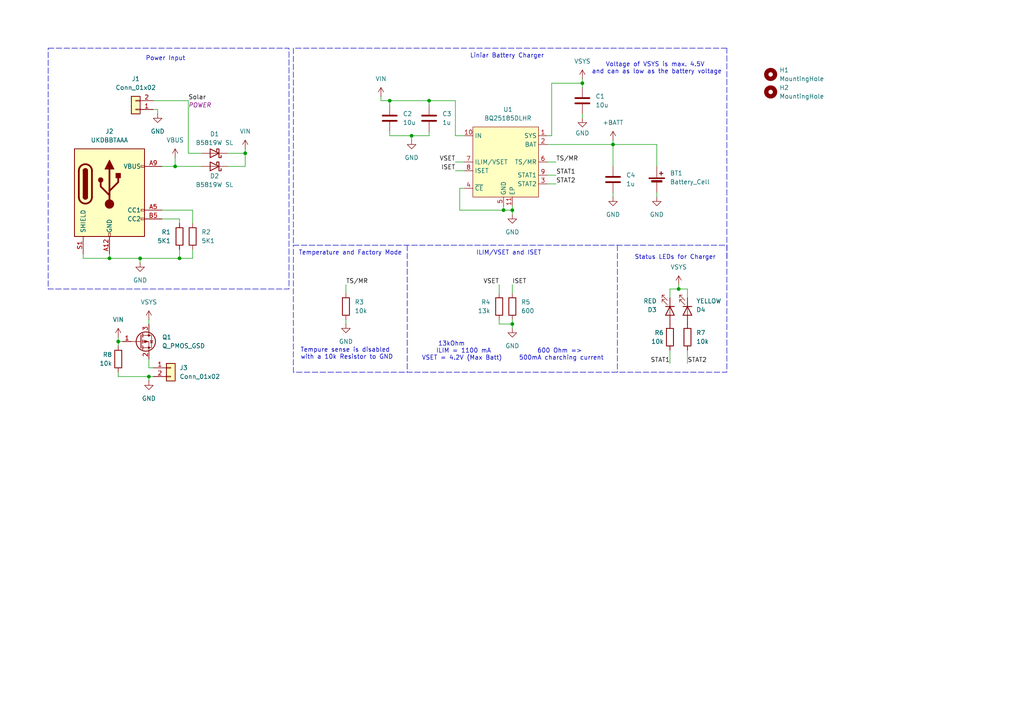
<source format=kicad_sch>
(kicad_sch (version 20250114) (generator "eeschema") (generator_version "9.0")
  (paper "A4")
  (lib_symbols
    (symbol "Connector:USB_C_Receptacle_PowerOnly_6P" (pin_names (offset 1.016))
      (property "Reference" "J" (at 0 16.51 0))
      (property "Value" "USB_C_Receptacle_PowerOnly_6P" (at 0 13.97 0))
      (symbol "USB_C_Receptacle_PowerOnly_6P_0_0"
        (rectangle (start -0.254 -12.7) (end 0.254 -11.684))
        (rectangle (start 10.16 7.874) (end 9.144 7.366))
        (rectangle (start 10.16 -4.826) (end 9.144 -5.334))
        (rectangle (start 10.16 -7.366) (end 9.144 -7.874))
      )
      (symbol "USB_C_Receptacle_PowerOnly_6P_0_1"
        (rectangle (start -10.16 12.7) (end 10.16 -12.7) (stroke (width 0.254)) (fill (type background)))
        (polyline (pts (xy -8.89 -1.27) (xy -8.89 6.35)) (stroke (width 0.508)))
        (rectangle (start -7.62 -1.27) (end -6.35 6.35) (stroke (width 0.254)) (fill (type outline)))
        (arc (start -7.62 6.35) (mid -6.985 6.9823) (end -6.35 6.35) (stroke (width 0.254)))
        (arc (start -7.62 6.35) (mid -6.985 6.9823) (end -6.35 6.35) (stroke (width 0.254)) (fill (type outline)))
        (arc (start -8.89 6.35) (mid -6.985 8.2467) (end -5.08 6.35) (stroke (width 0.508)))
        (arc (start -5.08 -1.27) (mid -6.985 -3.1667) (end -8.89 -1.27) (stroke (width 0.508)))
        (arc (start -6.35 -1.27) (mid -6.985 -1.9023) (end -7.62 -1.27) (stroke (width 0.254)))
        (arc (start -6.35 -1.27) (mid -6.985 -1.9023) (end -7.62 -1.27) (stroke (width 0.254)) (fill (type outline)))
        (polyline (pts (xy -5.08 6.35) (xy -5.08 -1.27)) (stroke (width 0.508)))
        (circle (center -2.54 3.683) (radius 0.635) (stroke (width 0.254)) (fill (type outline)))
        (polyline (pts (xy -1.27 6.858) (xy 0 9.398) (xy 1.27 6.858) (xy -1.27 6.858)) (stroke (width 0.254)) (fill (type outline)))
        (polyline (pts (xy 0 0.508) (xy 2.54 3.048) (xy 2.54 4.318)) (stroke (width 0.508)))
        (polyline (pts (xy 0 -0.762) (xy -2.54 1.778) (xy -2.54 3.048)) (stroke (width 0.508)))
        (polyline (pts (xy 0 -3.302) (xy 0 6.858)) (stroke (width 0.508)))
        (circle (center 0 -3.302) (radius 1.27) (fill (type outline)))
        (rectangle (start 1.905 4.318) (end 3.175 5.588) (stroke (width 0.254)) (fill (type outline)))
      )
      (symbol "USB_C_Receptacle_PowerOnly_6P_1_1"
        (pin passive line (at -7.62 -17.78 90) (length 5.08) (name "SHIELD") (number "S1"))
        (pin passive line (at 0 -17.78 90) (length 5.08) (name "GND") (number "A12"))
        (pin passive line (at 0 -17.78 90) (length 5.08) (hide yes) (name "GND") (number "B12"))
        (pin passive line (at 15.24 7.62 180) (length 5.08) (name "VBUS") (number "A9"))
        (pin passive line (at 15.24 7.62 180) (length 5.08) (hide yes) (name "VBUS") (number "B9"))
        (pin bidirectional line (at 15.24 -5.08 180) (length 5.08) (name "CC1") (number "A5"))
        (pin bidirectional line (at 15.24 -7.62 180) (length 5.08) (name "CC2") (number "B5"))
      )
    )
    (symbol "Connector_Generic:Conn_01x02" (pin_names (offset 1.016) (hide yes))
      (property "Reference" "J" (at 0 2.54 0))
      (property "Value" "Conn_01x02" (at 0 -5.08 0))
      (symbol "Conn_01x02_1_1"
        (rectangle (start -1.27 1.27) (end 1.27 -3.81) (stroke (width 0.254)) (fill (type background)))
        (rectangle (start -1.27 0.127) (end 0 -0.127) (stroke (width 0.1524)))
        (rectangle (start -1.27 -2.413) (end 0 -2.667) (stroke (width 0.1524)))
        (pin passive line (at -5.08 0 0) (length 3.81) (name "Pin_1") (number "1"))
        (pin passive line (at -5.08 -2.54 0) (length 3.81) (name "Pin_2") (number "2"))
      )
    )
    (symbol "Device:Battery_Cell" (pin_numbers (hide yes)) (pin_names (offset 0) (hide yes))
      (property "Reference" "BT" (at 2.54 2.54 0))
      (property "Value" "Battery_Cell" (at 2.54 0 0))
      (symbol "Battery_Cell_0_1"
        (rectangle (start -2.286 1.778) (end 2.286 1.524) (fill (type outline)))
        (rectangle (start -1.524 1.016) (end 1.524 0.508) (fill (type outline)))
        (polyline (pts (xy 0 1.778) (xy 0 2.54)))
        (polyline (pts (xy 0 0.762) (xy 0 0)))
        (polyline (pts (xy 0.762 3.048) (xy 1.778 3.048)) (stroke (width 0.254)))
        (polyline (pts (xy 1.27 3.556) (xy 1.27 2.54)) (stroke (width 0.254)))
      )
      (symbol "Battery_Cell_1_1"
        (pin passive line (at 0 5.08 270) (length 2.54) (name "+") (number "1"))
        (pin passive line (at 0 -2.54 90) (length 2.54) (name "-") (number "2"))
      )
    )
    (symbol "Device:C" (pin_numbers (hide yes)) (pin_names (offset 0.254))
      (property "Reference" "C" (at 0.635 2.54 0))
      (property "Value" "C" (at 0.635 -2.54 0))
      (symbol "C_0_1"
        (polyline (pts (xy -2.032 0.762) (xy 2.032 0.762)) (stroke (width 0.508)))
        (polyline (pts (xy -2.032 -0.762) (xy 2.032 -0.762)) (stroke (width 0.508)))
      )
      (symbol "C_1_1"
        (pin passive line (at 0 3.81 270) (length 2.794) (name "~") (number "1"))
        (pin passive line (at 0 -3.81 90) (length 2.794) (name "~") (number "2"))
      )
    )
    (symbol "Device:D_Schottky" (pin_numbers (hide yes)) (pin_names (offset 1.016) (hide yes))
      (property "Reference" "D" (at 0 2.54 0))
      (property "Value" "D_Schottky" (at 0 -2.54 0))
      (symbol "D_Schottky_0_1"
        (polyline (pts (xy -1.905 0.635) (xy -1.905 1.27) (xy -1.27 1.27) (xy -1.27 -1.27) (xy -0.635 -1.27) (xy -0.635 -0.635)) (stroke (width 0.254)))
        (polyline (pts (xy 1.27 1.27) (xy 1.27 -1.27) (xy -1.27 0) (xy 1.27 1.27)) (stroke (width 0.254)))
        (polyline (pts (xy 1.27 0) (xy -1.27 0)))
      )
      (symbol "D_Schottky_1_1"
        (pin passive line (at -3.81 0 0) (length 2.54) (name "K") (number "1"))
        (pin passive line (at 3.81 0 180) (length 2.54) (name "A") (number "2"))
      )
    )
    (symbol "Device:LED" (pin_numbers (hide yes)) (pin_names (offset 1.016) (hide yes))
      (property "Reference" "D" (at 0 2.54 0))
      (property "Value" "LED" (at 0 -2.54 0))
      (symbol "LED_0_1"
        (polyline (pts (xy -3.048 -0.762) (xy -4.572 -2.286) (xy -3.81 -2.286) (xy -4.572 -2.286) (xy -4.572 -1.524)))
        (polyline (pts (xy -1.778 -0.762) (xy -3.302 -2.286) (xy -2.54 -2.286) (xy -3.302 -2.286) (xy -3.302 -1.524)))
        (polyline (pts (xy -1.27 0) (xy 1.27 0)))
        (polyline (pts (xy -1.27 -1.27) (xy -1.27 1.27)) (stroke (width 0.254)))
        (polyline (pts (xy 1.27 -1.27) (xy 1.27 1.27) (xy -1.27 0) (xy 1.27 -1.27)) (stroke (width 0.254)))
      )
      (symbol "LED_1_1"
        (pin passive line (at -3.81 0 0) (length 2.54) (name "K") (number "1"))
        (pin passive line (at 3.81 0 180) (length 2.54) (name "A") (number "2"))
      )
    )
    (symbol "Device:R" (pin_numbers (hide yes)) (pin_names (offset 0))
      (property "Reference" "R" (at 2.032 0 90))
      (property "Value" "R" (at 0 0 90))
      (symbol "R_0_1"
        (rectangle (start -1.016 -2.54) (end 1.016 2.54) (stroke (width 0.254)))
      )
      (symbol "R_1_1"
        (pin passive line (at 0 3.81 270) (length 1.27) (name "~") (number "1"))
        (pin passive line (at 0 -3.81 90) (length 1.27) (name "~") (number "2"))
      )
    )
    (symbol "EasyCAD:BQ25185DLHR"
      (property "Reference" "U" (at 0 10.16 0))
      (symbol "BQ25185DLHR_0_1"
        (pin unspecified line (at -12.7 5.08 0) (length 2.54) (name "IN") (number "10"))
        (pin unspecified line (at -12.7 -2.54 0) (length 2.54) (name "ILIM/VSET") (number "7"))
        (pin unspecified line (at -12.7 -5.08 0) (length 2.54) (name "ISET") (number "8"))
        (pin unspecified line (at -12.7 -10.16 0) (length 2.54) (name "~{CE}") (number "4"))
        (pin unspecified line (at -1.27 -15.24 90) (length 2.54) (name "GND") (number "5"))
        (pin unspecified line (at 1.27 -15.24 90) (length 2.54) (name "EP") (number "11"))
        (pin unspecified line (at 11.43 5.08 180) (length 2.54) (name "SYS") (number "1"))
        (pin unspecified line (at 11.43 2.54 180) (length 2.54) (name "BAT") (number "2"))
        (pin unspecified line (at 11.43 -2.54 180) (length 2.54) (name "TS/MR") (number "6"))
        (pin unspecified line (at 11.43 -6.35 180) (length 2.54) (name "STAT1") (number "9"))
        (pin unspecified line (at 11.43 -8.89 180) (length 2.54) (name "STAT2") (number "3"))
      )
      (symbol "BQ25185DLHR_1_1"
        (rectangle (start -10.16 7.62) (end 8.89 -12.7) (fill (type background)))
      )
    )
    (symbol "Mechanical:MountingHole" (pin_names (offset 1.016)) (in_bom no)
      (property "Reference" "H" (at 0 5.08 0))
      (property "Value" "MountingHole" (at 0 3.175 0))
      (symbol "MountingHole_0_1"
        (circle (center 0 0) (radius 1.27) (stroke (width 1.27)))
      )
    )
    (symbol "Transistor_FET:Q_PMOS_GSD" (pin_names (offset 0) (hide yes))
      (property "Reference" "Q" (at 5.08 1.905 0))
      (property "Value" "Q_PMOS_GSD" (at 5.08 0 0))
      (symbol "Q_PMOS_GSD_0_1"
        (polyline (pts (xy 0.254 1.905) (xy 0.254 -1.905)) (stroke (width 0.254)))
        (polyline (pts (xy 0.254 0) (xy -2.54 0)))
        (polyline (pts (xy 0.762 2.286) (xy 0.762 1.27)) (stroke (width 0.254)))
        (polyline (pts (xy 0.762 1.778) (xy 3.302 1.778) (xy 3.302 -1.778) (xy 0.762 -1.778)))
        (polyline (pts (xy 0.762 0.508) (xy 0.762 -0.508)) (stroke (width 0.254)))
        (polyline (pts (xy 0.762 -1.27) (xy 0.762 -2.286)) (stroke (width 0.254)))
        (circle (center 1.651 0) (radius 2.794) (stroke (width 0.254)))
        (polyline (pts (xy 2.286 0) (xy 1.27 0.381) (xy 1.27 -0.381) (xy 2.286 0)) (fill (type outline)))
        (polyline (pts (xy 2.54 2.54) (xy 2.54 1.778)))
        (circle (center 2.54 1.778) (radius 0.254) (fill (type outline)))
        (circle (center 2.54 -1.778) (radius 0.254) (fill (type outline)))
        (polyline (pts (xy 2.54 -2.54) (xy 2.54 0) (xy 0.762 0)))
        (polyline (pts (xy 2.921 -0.381) (xy 3.683 -0.381)))
        (polyline (pts (xy 3.302 -0.381) (xy 2.921 0.254) (xy 3.683 0.254) (xy 3.302 -0.381)))
      )
      (symbol "Q_PMOS_GSD_1_1"
        (pin input line (at -5.08 0 0) (length 2.54) (name "G") (number "1"))
        (pin passive line (at 2.54 5.08 270) (length 2.54) (name "D") (number "3"))
        (pin passive line (at 2.54 -5.08 90) (length 2.54) (name "S") (number "2"))
      )
    )
    (symbol "power:+BATT" (power) (pin_numbers (hide yes)) (pin_names (offset 0) (hide yes))
      (property "Value" "+BATT" (at 0 3.556 0))
      (symbol "+BATT_0_1"
        (polyline (pts (xy -0.762 1.27) (xy 0 2.54)))
        (polyline (pts (xy 0 2.54) (xy 0.762 1.27)))
        (polyline (pts (xy 0 0) (xy 0 2.54)))
      )
      (symbol "+BATT_1_1"
        (pin power_in line (at 0 0 90) (length 0) (name "~") (number "1"))
      )
    )
    (symbol "power:GND" (power) (pin_numbers (hide yes)) (pin_names (offset 0) (hide yes))
      (property "Value" "GND" (at 0 -3.81 0))
      (symbol "GND_0_1"
        (polyline (pts (xy 0 0) (xy 0 -1.27) (xy 1.27 -1.27) (xy 0 -2.54) (xy -1.27 -1.27) (xy 0 -1.27)))
      )
      (symbol "GND_1_1"
        (pin power_in line (at 0 0 270) (length 0) (name "~") (number "1"))
      )
    )
    (symbol "power:VBUS" (power) (pin_numbers (hide yes)) (pin_names (offset 0) (hide yes))
      (property "Value" "VBUS" (at 0 3.556 0))
      (symbol "VBUS_0_1"
        (polyline (pts (xy -0.762 1.27) (xy 0 2.54)))
        (polyline (pts (xy 0 2.54) (xy 0.762 1.27)))
        (polyline (pts (xy 0 0) (xy 0 2.54)))
      )
      (symbol "VBUS_1_1"
        (pin power_in line (at 0 0 90) (length 0) (name "~") (number "1"))
      )
    )
    (symbol "power:VDD" (power) (pin_numbers (hide yes)) (pin_names (offset 0) (hide yes))
      (property "Value" "VDD" (at 0 3.556 0))
      (symbol "VDD_0_1"
        (polyline (pts (xy -0.762 1.27) (xy 0 2.54)))
        (polyline (pts (xy 0 2.54) (xy 0.762 1.27)))
        (polyline (pts (xy 0 0) (xy 0 2.54)))
      )
      (symbol "VDD_1_1"
        (pin power_in line (at 0 0 90) (length 0) (name "~") (number "1"))
      )
    )
  )
  (rectangle (start 13.97 13.97) (end 83.82 83.82) (stroke (width 0) (type dash)))
  (rectangle (start 85.09 71.12) (end 210.82 107.95) (stroke (width 0) (type dash)))
  (text "Status LEDs for Charger\n" (at 195.834 74.676 0) (effects (font (size 1.27 1.27))))
  (text "600 Ohm => \n500mA charching current\n" (at 162.814 102.87 0) (effects (font (size 1.27 1.27))))
  (text "ILIM/VSET and ISET" (at 147.574 73.406 0) (effects (font (size 1.27 1.27))))
  (text "Voltage of VSYS is max. 4.5V \nand can as low as the battery voltage" (at 190.5 19.812 0) (effects (font (size 1.27 1.27))))
  (text "Liniar Battery Charger\n" (at 147.066 16.256 0) (effects (font (size 1.27 1.27))))
  (text "Temperature and Factory Mode" (at 101.6 73.406 0) (effects (font (size 1.27 1.27))))
  (text "Tempure sense is disabled \nwith a 10k Resistor to GND\n" (at 100.584 102.616 0) (effects (font (size 1.27 1.27))))
  (text "13kOhm 	\n	ILIM = 1100 mA\n	VSET = 4.2V (Max Batt) " (at 132.08 101.854 0) (effects (font (size 1.27 1.27))))
  (text "Power Input\n" (at 48.006 17.018 0) (effects (font (size 1.27 1.27))))
  (junction (at 40.64 74.93))
  (junction (at 71.12 44.45))
  (junction (at 43.18 109.22))
  (junction (at 113.03 29.21))
  (junction (at 148.59 93.98))
  (junction (at 34.29 99.06))
  (junction (at 52.07 74.93))
  (junction (at 124.46 29.21))
  (junction (at 146.05 60.96))
  (junction (at 168.91 24.13))
  (junction (at 31.75 74.93))
  (junction (at 119.38 39.37))
  (junction (at 196.85 83.82))
  (junction (at 50.8 48.26))
  (junction (at 177.8 41.91))
  (junction (at 148.59 60.96))
  (wire (pts (xy 55.88 60.96) (xy 46.99 60.96)))
  (wire (pts (xy 54.61 29.21) (xy 54.61 44.45)))
  (wire (pts (xy 144.78 92.71) (xy 144.78 93.98)))
  (wire (pts (xy 58.42 48.26) (xy 50.8 48.26)))
  (wire (pts (xy 168.91 22.86) (xy 168.91 24.13)))
  (wire (pts (xy 31.75 74.93) (xy 40.64 74.93)))
  (polyline (pts (xy 118.11 71.12) (xy 118.11 107.95)) (stroke (width 0) (type dash)))
  (wire (pts (xy 46.99 63.5) (xy 52.07 63.5)))
  (wire (pts (xy 177.8 40.64) (xy 177.8 41.91)))
  (wire (pts (xy 146.05 59.69) (xy 146.05 60.96)))
  (wire (pts (xy 100.33 82.55) (xy 100.33 85.09)))
  (wire (pts (xy 100.33 93.98) (xy 100.33 92.71)))
  (wire (pts (xy 113.03 38.1) (xy 113.03 39.37)))
  (wire (pts (xy 168.91 25.4) (xy 168.91 24.13)))
  (wire (pts (xy 196.85 83.82) (xy 194.31 83.82)))
  (wire (pts (xy 45.72 31.75) (xy 45.72 33.02)))
  (wire (pts (xy 194.31 83.82) (xy 194.31 86.36)))
  (wire (pts (xy 43.18 92.71) (xy 43.18 93.98)))
  (wire (pts (xy 158.75 53.34) (xy 161.29 53.34)))
  (wire (pts (xy 134.62 54.61) (xy 133.35 54.61)))
  (wire (pts (xy 132.08 46.99) (xy 134.62 46.99)))
  (wire (pts (xy 34.29 109.22) (xy 34.29 107.95)))
  (wire (pts (xy 55.88 64.77) (xy 55.88 60.96)))
  (wire (pts (xy 196.85 83.82) (xy 199.39 83.82)))
  (polyline (pts (xy 210.82 74.93) (xy 210.82 13.97)) (stroke (width 0) (type dash)))
  (wire (pts (xy 148.59 60.96) (xy 148.59 62.23)))
  (wire (pts (xy 160.02 39.37) (xy 160.02 24.13)))
  (wire (pts (xy 133.35 60.96) (xy 146.05 60.96)))
  (wire (pts (xy 44.45 29.21) (xy 54.61 29.21)))
  (wire (pts (xy 34.29 99.06) (xy 34.29 97.79)))
  (wire (pts (xy 148.59 92.71) (xy 148.59 93.98)))
  (wire (pts (xy 148.59 93.98) (xy 148.59 95.25)))
  (wire (pts (xy 124.46 38.1) (xy 124.46 39.37)))
  (wire (pts (xy 144.78 93.98) (xy 148.59 93.98)))
  (wire (pts (xy 52.07 74.93) (xy 55.88 74.93)))
  (wire (pts (xy 44.45 106.68) (xy 43.18 106.68)))
  (wire (pts (xy 199.39 101.6) (xy 199.39 105.41)))
  (wire (pts (xy 158.75 39.37) (xy 160.02 39.37)))
  (wire (pts (xy 35.56 99.06) (xy 34.29 99.06)))
  (wire (pts (xy 158.75 41.91) (xy 177.8 41.91)))
  (wire (pts (xy 144.78 82.55) (xy 144.78 85.09)))
  (wire (pts (xy 40.64 74.93) (xy 52.07 74.93)))
  (wire (pts (xy 55.88 72.39) (xy 55.88 74.93)))
  (wire (pts (xy 132.08 39.37) (xy 134.62 39.37)))
  (wire (pts (xy 52.07 72.39) (xy 52.07 74.93)))
  (wire (pts (xy 199.39 83.82) (xy 199.39 86.36)))
  (wire (pts (xy 71.12 44.45) (xy 71.12 48.26)))
  (wire (pts (xy 132.08 29.21) (xy 132.08 39.37)))
  (wire (pts (xy 66.04 48.26) (xy 71.12 48.26)))
  (wire (pts (xy 124.46 29.21) (xy 132.08 29.21)))
  (wire (pts (xy 158.75 46.99) (xy 161.29 46.99)))
  (wire (pts (xy 52.07 63.5) (xy 52.07 64.77)))
  (wire (pts (xy 133.35 54.61) (xy 133.35 60.96)))
  (wire (pts (xy 44.45 109.22) (xy 43.18 109.22)))
  (wire (pts (xy 34.29 109.22) (xy 43.18 109.22)))
  (wire (pts (xy 24.13 74.93) (xy 31.75 74.93)))
  (wire (pts (xy 110.49 27.94) (xy 110.49 29.21)))
  (wire (pts (xy 43.18 109.22) (xy 43.18 110.49)))
  (wire (pts (xy 54.61 44.45) (xy 58.42 44.45)))
  (wire (pts (xy 43.18 104.14) (xy 43.18 106.68)))
  (wire (pts (xy 148.59 59.69) (xy 148.59 60.96)))
  (wire (pts (xy 113.03 39.37) (xy 119.38 39.37)))
  (wire (pts (xy 40.64 74.93) (xy 40.64 76.2)))
  (wire (pts (xy 168.91 33.02) (xy 168.91 34.29)))
  (wire (pts (xy 196.85 83.82) (xy 196.85 82.55)))
  (wire (pts (xy 148.59 82.55) (xy 148.59 85.09)))
  (wire (pts (xy 190.5 48.26) (xy 190.5 41.91)))
  (polyline (pts (xy 85.09 13.97) (xy 85.09 71.12)) (stroke (width 0) (type dash)))
  (wire (pts (xy 113.03 30.48) (xy 113.03 29.21)))
  (wire (pts (xy 124.46 29.21) (xy 124.46 30.48)))
  (wire (pts (xy 66.04 44.45) (xy 71.12 44.45)))
  (polyline (pts (xy 179.07 71.12) (xy 179.07 107.95)) (stroke (width 0) (type dash)))
  (wire (pts (xy 190.5 55.88) (xy 190.5 57.15)))
  (wire (pts (xy 113.03 29.21) (xy 124.46 29.21)))
  (wire (pts (xy 177.8 41.91) (xy 177.8 48.26)))
  (wire (pts (xy 119.38 39.37) (xy 119.38 40.64)))
  (wire (pts (xy 177.8 57.15) (xy 177.8 55.88)))
  (wire (pts (xy 146.05 60.96) (xy 148.59 60.96)))
  (wire (pts (xy 46.99 48.26) (xy 50.8 48.26)))
  (wire (pts (xy 124.46 39.37) (xy 119.38 39.37)))
  (wire (pts (xy 194.31 101.6) (xy 194.31 105.41)))
  (polyline (pts (xy 210.82 13.97) (xy 85.09 13.97)) (stroke (width 0) (type dash)))
  (wire (pts (xy 44.45 31.75) (xy 45.72 31.75)))
  (wire (pts (xy 168.91 24.13) (xy 160.02 24.13)))
  (wire (pts (xy 110.49 29.21) (xy 113.03 29.21)))
  (wire (pts (xy 24.13 73.66) (xy 24.13 74.93)))
  (wire (pts (xy 190.5 41.91) (xy 177.8 41.91)))
  (wire (pts (xy 71.12 43.18) (xy 71.12 44.45)))
  (wire (pts (xy 31.75 73.66) (xy 31.75 74.93)))
  (wire (pts (xy 34.29 99.06) (xy 34.29 100.33)))
  (wire (pts (xy 158.75 50.8) (xy 161.29 50.8)))
  (wire (pts (xy 50.8 45.72) (xy 50.8 48.26)))
  (wire (pts (xy 132.08 49.53) (xy 134.62 49.53)))
  (label "STAT1" (at 194.31 105.41 180))
  (label "ISET" (at 148.59 82.55 0))
  (label "TS{slash}MR" (at 100.33 82.55 0))
  (label "STAT2" (at 199.39 105.41 0))
  (label "ISET" (at 132.08 49.53 180))
  (label "STAT2" (at 161.29 53.34 0))
  (label "Solar" (at 54.61 29.21 0) (property "Netclass" "POWER" (at 54.61 30.48 0) (effects (font (italic yes)) (justify left))))
  (label "VSET" (at 132.08 46.99 180))
  (label "VSET" (at 144.78 82.55 180))
  (label "STAT1" (at 161.29 50.8 0))
  (label "TS{slash}MR" (at 161.29 46.99 0))
  (symbol (lib_id "power:GND") (at 40.64 76.2 0) (unit 1)
    (property "Reference" "#PWR012" (effects (hide yes)))
    (property "Value" "GND" (at 40.64 81.28 0))
    (property "Description" "Power symbol creates a global label with name \"GND\" , ground" (effects (hide yes)))
  )
  (symbol (lib_id "power:GND") (at 148.59 62.23 0) (unit 1)
    (property "Reference" "#PWR011" (effects (hide yes)))
    (property "Value" "GND" (at 148.59 67.31 0))
    (property "Description" "Power symbol creates a global label with name \"GND\" , ground" (effects (hide yes)))
  )
  (symbol (lib_id "Device:Battery_Cell") (at 190.5 53.34 0) (unit 1) (in_bom no)
    (property "Reference" "BT1" (at 194.31 50.2284 0) (effects (justify left)))
    (property "Value" "Battery_Cell" (at 194.31 52.7684 0) (effects (justify left)))
    (property "Footprint" "Connector_JST:JST_PH_S2B-PH-K_1x02_P2.00mm_Horizontal" (effects (hide yes)))
    (property "Description" "Single-cell battery" (effects (hide yes)))
  )
  (symbol (lib_id "Device:C") (at 177.8 52.07 0) (unit 1)
    (property "Reference" "C4" (at 181.61 50.7999 0) (effects (justify left)))
    (property "Value" "1u" (at 181.61 53.3399 0) (effects (justify left)))
    (property "Footprint" "Capacitor_SMD:C_0805_2012Metric" (effects (hide yes)))
    (property "Description" "Unpolarized capacitor" (effects (hide yes)))
  )
  (symbol (lib_id "Device:LED") (at 199.39 90.17 270) (unit 1)
    (property "Reference" "D4" (at 201.93 89.8526 90) (effects (justify left)))
    (property "Value" "YELLOW" (at 201.93 87.3126 90) (effects (justify left)))
    (property "Footprint" "LED_SMD:LED_0603_1608Metric" (effects (hide yes)))
    (property "Description" "Light emitting diode" (effects (hide yes)))
    (property "Sim.Pins" "1=K 2=A" (effects (hide yes)))
  )
  (symbol (lib_id "Device:R") (at 144.78 88.9 0) (unit 1)
    (property "Reference" "R4" (at 142.24 87.6299 0) (effects (justify right)))
    (property "Value" "13k" (at 142.24 90.1699 0) (effects (justify right)))
    (property "Footprint" "Resistor_SMD:R_0603_1608Metric" (effects (hide yes)))
    (property "Description" "Resistor" (effects (hide yes)))
  )
  (symbol (lib_id "Connector_Generic:Conn_01x02") (at 49.53 106.68 0) (unit 1)
    (property "Reference" "J3" (at 52.07 106.6799 0) (effects (justify left)))
    (property "Value" "Conn_01x02" (at 52.07 109.2199 0) (effects (justify left)))
    (property "Footprint" "Connector_Wire:SolderWire-0.1sqmm_1x02_P3.6mm_D0.4mm_OD1mm" (effects (hide yes)))
    (property "Description" "Generic connector, single row, 01x02, script generated (kicad-library-utils/schlib/autogen/connector/)" (effects (hide yes)))
  )
  (symbol (lib_id "power:GND") (at 177.8 57.15 0) (unit 1)
    (property "Reference" "#PWR09" (effects (hide yes)))
    (property "Value" "GND" (at 177.8 62.23 0))
    (property "Description" "Power symbol creates a global label with name \"GND\" , ground" (effects (hide yes)))
  )
  (symbol (lib_id "power:VBUS") (at 196.85 82.55 0) (unit 1)
    (property "Reference" "#PWR013" (effects (hide yes)))
    (property "Value" "VSYS" (at 196.85 77.47 0))
    (property "Description" "Power symbol creates a global label with name \"VBUS\"" (effects (hide yes)))
  )
  (symbol (lib_id "Device:R") (at 199.39 97.79 0) (unit 1)
    (property "Reference" "R7" (at 201.93 96.5199 0) (effects (justify left)))
    (property "Value" "10k" (at 201.93 99.0599 0) (effects (justify left)))
    (property "Footprint" "Resistor_SMD:R_0603_1608Metric" (effects (hide yes)))
    (property "Description" "Resistor" (effects (hide yes)))
  )
  (symbol (lib_id "power:GND") (at 43.18 110.49 0) (unit 1)
    (property "Reference" "#PWR018" (effects (hide yes)))
    (property "Value" "GND" (at 43.18 115.57 0))
    (property "Description" "Power symbol creates a global label with name \"GND\" , ground" (effects (hide yes)))
  )
  (symbol (lib_id "Device:R") (at 34.29 104.14 0) (unit 1)
    (property "Reference" "R8" (at 32.512 102.87 0) (effects (justify right)))
    (property "Value" "10k" (at 32.512 105.41 0) (effects (justify right)))
    (property "Footprint" "Resistor_SMD:R_0603_1608Metric" (effects (hide yes)))
    (property "Description" "Resistor" (effects (hide yes)))
  )
  (symbol (lib_id "power:VDD") (at 43.18 92.71 0) (unit 1)
    (property "Reference" "#PWR014" (effects (hide yes)))
    (property "Value" "VSYS" (at 43.18 87.63 0))
    (property "Description" "Power symbol creates a global label with name \"VDD\"" (effects (hide yes)))
  )
  (symbol (lib_id "power:VDD") (at 168.91 22.86 0) (unit 1)
    (property "Reference" "#PWR01" (effects (hide yes)))
    (property "Value" "VSYS" (at 168.91 17.78 0))
    (property "Description" "Power symbol creates a global label with name \"VDD\"" (effects (hide yes)))
  )
  (symbol (lib_id "Device:R") (at 52.07 68.58 0) (unit 1)
    (property "Reference" "R1" (at 49.53 67.3099 0) (effects (justify right)))
    (property "Value" "5K1" (at 49.53 69.8499 0) (effects (justify right)))
    (property "Footprint" "Resistor_SMD:R_0603_1608Metric" (effects (hide yes)))
    (property "Description" "Resistor" (effects (hide yes)))
  )
  (symbol (lib_id "Device:D_Schottky") (at 62.23 44.45 180) (unit 1)
    (property "Reference" "D1" (at 62.23 38.862 0))
    (property "Value" "B5819W SL" (at 62.23 41.402 0))
    (property "Footprint" "Diode_SMD:D_SOD-123" (effects (hide yes)))
    (property "Description" "Schottky diode" (effects (hide yes)))
  )
  (symbol (lib_id "Mechanical:MountingHole") (at 223.52 21.59 0) (unit 1) (in_bom no)
    (property "Reference" "H1" (at 226.06 20.3199 0) (effects (justify left)))
    (property "Value" "MountingHole" (at 226.06 22.8599 0) (effects (justify left)))
    (property "Footprint" "MountingHole:MountingHole_2.2mm_M2" (effects (hide yes)))
    (property "Description" "Mounting Hole without connection" (effects (hide yes)))
  )
  (symbol (lib_id "power:VBUS") (at 50.8 45.72 0) (unit 1)
    (property "Reference" "#PWR08" (effects (hide yes)))
    (property "Value" "VBUS" (at 50.8 40.64 0))
    (property "Description" "Power symbol creates a global label with name \"VBUS\"" (effects (hide yes)))
  )
  (symbol (lib_id "Connector_Generic:Conn_01x02") (at 39.37 31.75 180) (unit 1) (in_bom no)
    (property "Reference" "J1" (at 39.37 22.86 0))
    (property "Value" "Conn_01x02" (at 39.37 25.4 0))
    (property "Footprint" "Connector_Wire:SolderWire-0.1sqmm_1x02_P3.6mm_D0.4mm_OD1mm" (effects (hide yes)))
    (property "Description" "Generic connector, single row, 01x02, script generated (kicad-library-utils/schlib/autogen/connector/)" (effects (hide yes)))
  )
  (symbol (lib_id "Mechanical:MountingHole") (at 223.52 26.67 0) (unit 1) (in_bom no)
    (property "Reference" "H2" (at 226.06 25.3999 0) (effects (justify left)))
    (property "Value" "MountingHole" (at 226.06 27.9399 0) (effects (justify left)))
    (property "Footprint" "MountingHole:MountingHole_2.2mm_M2" (effects (hide yes)))
    (property "Description" "Mounting Hole without connection" (effects (hide yes)))
  )
  (symbol (lib_id "Device:R") (at 100.33 88.9 0) (unit 1)
    (property "Reference" "R3" (at 102.87 87.6299 0) (effects (justify left)))
    (property "Value" "10k" (at 102.87 90.1699 0) (effects (justify left)))
    (property "Footprint" "Resistor_SMD:R_0603_1608Metric" (effects (hide yes)))
    (property "Description" "Resistor" (effects (hide yes)))
  )
  (symbol (lib_id "power:GND") (at 190.5 57.15 0) (unit 1)
    (property "Reference" "#PWR010" (effects (hide yes)))
    (property "Value" "GND" (at 190.5 62.23 0))
    (property "Description" "Power symbol creates a global label with name \"GND\" , ground" (effects (hide yes)))
  )
  (symbol (lib_id "Transistor_FET:Q_PMOS_GSD") (at 40.64 99.06 0) (unit 1)
    (property "Reference" "Q1" (at 46.99 97.7899 0) (effects (justify left)))
    (property "Value" "Q_PMOS_GSD" (at 46.99 100.3299 0) (effects (justify left)))
    (property "Footprint" "Package_TO_SOT_SMD:SOT-23" (effects (hide yes)))
    (property "Description" "P-MOSFET transistor, gate/source/drain" (effects (hide yes)))
  )
  (symbol (lib_id "power:VDD") (at 34.29 97.79 0) (unit 1)
    (property "Reference" "#PWR017" (effects (hide yes)))
    (property "Value" "VIN" (at 34.29 92.71 0))
    (property "Description" "Power symbol creates a global label with name \"VDD\"" (effects (hide yes)))
  )
  (symbol (lib_id "power:GND") (at 119.38 40.64 0) (unit 1)
    (property "Reference" "#PWR05" (effects (hide yes)))
    (property "Value" "GND" (at 119.38 45.72 0))
    (property "Description" "Power symbol creates a global label with name \"GND\" , ground" (effects (hide yes)))
  )
  (symbol (lib_id "Device:R") (at 148.59 88.9 0) (unit 1)
    (property "Reference" "R5" (at 151.13 87.6299 0) (effects (justify left)))
    (property "Value" "600" (at 151.13 90.1699 0) (effects (justify left)))
    (property "Footprint" "Resistor_SMD:R_0603_1608Metric" (effects (hide yes)))
    (property "Description" "Resistor" (effects (hide yes)))
  )
  (symbol (lib_id "Device:R") (at 55.88 68.58 0) (unit 1)
    (property "Reference" "R2" (at 58.42 67.3099 0) (effects (justify left)))
    (property "Value" "5K1" (at 58.42 69.8499 0) (effects (justify left)))
    (property "Footprint" "Resistor_SMD:R_0603_1608Metric" (effects (hide yes)))
    (property "Description" "Resistor" (effects (hide yes)))
  )
  (symbol (lib_id "Device:R") (at 194.31 97.79 0) (unit 1)
    (property "Reference" "R6" (at 192.532 96.52 0) (effects (justify right)))
    (property "Value" "10k" (at 192.532 99.06 0) (effects (justify right)))
    (property "Footprint" "Resistor_SMD:R_0603_1608Metric" (effects (hide yes)))
    (property "Description" "Resistor" (effects (hide yes)))
  )
  (symbol (lib_id "Device:D_Schottky") (at 62.23 48.26 180) (unit 1)
    (property "Reference" "D2" (at 62.23 51.054 0))
    (property "Value" "B5819W SL" (at 62.23 53.594 0))
    (property "Footprint" "Diode_SMD:D_SOD-123" (effects (hide yes)))
    (property "Description" "Schottky diode" (effects (hide yes)))
  )
  (symbol (lib_id "Device:C") (at 124.46 34.29 0) (unit 1)
    (property "Reference" "C3" (at 128.27 33.0199 0) (effects (justify left)))
    (property "Value" "1u" (at 128.27 35.5599 0) (effects (justify left)))
    (property "Footprint" "Capacitor_SMD:C_0805_2012Metric" (effects (hide yes)))
    (property "Description" "Unpolarized capacitor" (effects (hide yes)))
  )
  (symbol (lib_id "Device:C") (at 168.91 29.21 0) (unit 1)
    (property "Reference" "C1" (at 172.72 27.9399 0) (effects (justify left)))
    (property "Value" "10u" (at 172.72 30.4799 0) (effects (justify left)))
    (property "Footprint" "Capacitor_SMD:C_0805_2012Metric" (effects (hide yes)))
    (property "Description" "Unpolarized capacitor" (effects (hide yes)))
  )
  (symbol (lib_id "power:GND") (at 100.33 93.98 0) (unit 1)
    (property "Reference" "#PWR015" (effects (hide yes)))
    (property "Value" "GND" (at 100.33 99.06 0))
    (property "Description" "Power symbol creates a global label with name \"GND\" , ground" (effects (hide yes)))
  )
  (symbol (lib_id "power:+BATT") (at 177.8 40.64 0) (unit 1)
    (property "Reference" "#PWR06" (effects (hide yes)))
    (property "Value" "+BATT" (at 177.8 35.56 0))
    (property "Description" "Power symbol creates a global label with name \"+BATT\"" (effects (hide yes)))
  )
  (symbol (lib_id "EasyCAD:BQ25185DLHR") (at 147.32 44.45 0) (unit 1)
    (property "Reference" "U1" (at 147.32 31.75 0))
    (property "Value" "BQ25185DLHR" (at 147.32 34.29 0))
    (property "Footprint" "EasyEDA:WSON-10_L2.2-W2.0-P0.40-BL-EP_TI_DLH0010A" (effects (hide yes)))
    (property "LCSC Part" "C19725033" (effects (hide yes)))
  )
  (symbol (lib_id "power:GND") (at 148.59 95.25 0) (unit 1)
    (property "Reference" "#PWR016" (effects (hide yes)))
    (property "Value" "GND" (at 148.59 100.33 0))
    (property "Description" "Power symbol creates a global label with name \"GND\" , ground" (effects (hide yes)))
  )
  (symbol (lib_id "power:VDD") (at 71.12 43.18 0) (unit 1)
    (property "Reference" "#PWR07" (effects (hide yes)))
    (property "Value" "VIN" (at 71.12 38.1 0))
    (property "Description" "Power symbol creates a global label with name \"VDD\"" (effects (hide yes)))
  )
  (symbol (lib_id "power:GND") (at 168.91 34.29 0) (unit 1)
    (property "Reference" "#PWR04" (effects (hide yes)))
    (property "Value" "GND" (at 168.91 38.608 0))
    (property "Description" "Power symbol creates a global label with name \"GND\" , ground" (effects (hide yes)))
  )
  (symbol (lib_id "Connector:USB_C_Receptacle_PowerOnly_6P") (at 31.75 55.88 0) (unit 1)
    (property "Reference" "J2" (at 31.75 38.1 0))
    (property "Value" "UKDBBTAAA" (at 31.75 40.64 0))
    (property "Footprint" "Connector_USB:USB_C_Receptacle_HRO_TYPE-C-31-M-17" (effects (hide yes)))
    (property "Datasheet" "https://www.usb.org/sites/default/files/documents/usb_type-c.zip" (effects (hide yes)))
    (property "Description" "USB Power-Only 6P Type-C Receptacle connector" (effects (hide yes)))
  )
  (symbol (lib_id "power:GND") (at 45.72 33.02 0) (unit 1)
    (property "Reference" "#PWR03" (effects (hide yes)))
    (property "Value" "GND" (at 45.72 38.1 0))
    (property "Description" "Power symbol creates a global label with name \"GND\" , ground" (effects (hide yes)))
  )
  (symbol (lib_id "power:VDD") (at 110.49 27.94 0) (unit 1)
    (property "Reference" "#PWR02" (effects (hide yes)))
    (property "Value" "VIN" (at 110.49 22.86 0))
    (property "Description" "Power symbol creates a global label with name \"VDD\"" (effects (hide yes)))
  )
  (symbol (lib_id "Device:C") (at 113.03 34.29 0) (unit 1)
    (property "Reference" "C2" (at 116.84 33.0199 0) (effects (justify left)))
    (property "Value" "10u" (at 116.84 35.5599 0) (effects (justify left)))
    (property "Footprint" "Capacitor_SMD:C_0805_2012Metric" (effects (hide yes)))
    (property "Description" "Unpolarized capacitor" (effects (hide yes)))
  )
  (symbol (lib_id "Device:LED") (at 194.31 90.17 270) (unit 1)
    (property "Reference" "D3" (at 190.5 89.8526 90) (effects (justify right)))
    (property "Value" "RED" (at 190.5 87.3126 90) (effects (justify right)))
    (property "Footprint" "LED_SMD:LED_0603_1608Metric" (effects (hide yes)))
    (property "Description" "Light emitting diode" (effects (hide yes)))
    (property "Sim.Pins" "1=K 2=A" (effects (hide yes)))
  )
)
</source>
